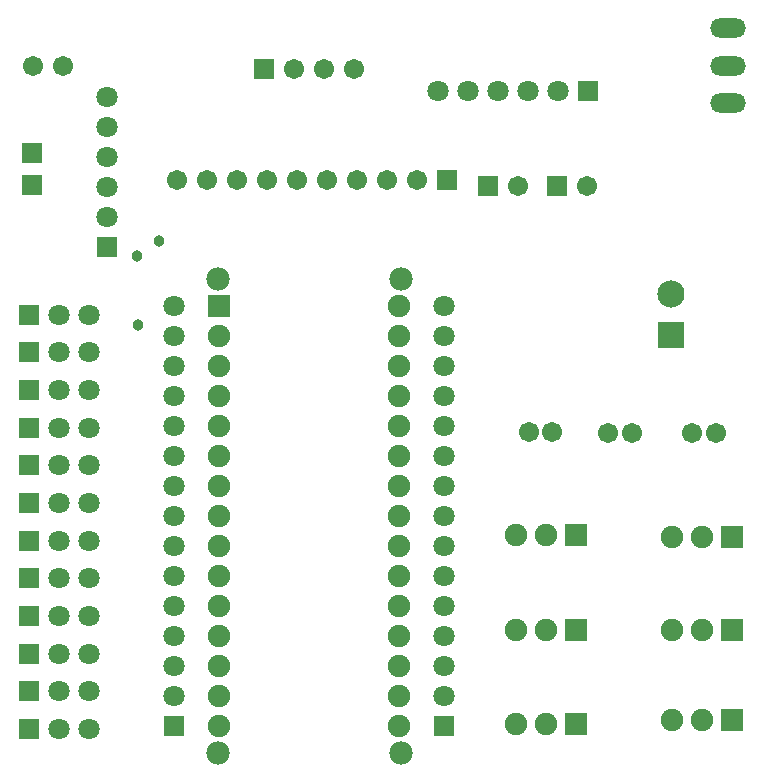
<source format=gts>
%FSTAX23Y23*%
%MOIN*%
%SFA1B1*%

%IPPOS*%
%ADD42R,0.065090X0.069020*%
%ADD43R,0.074930X0.074930*%
%ADD44C,0.074930*%
%ADD45C,0.078000*%
%ADD46O,0.120000X0.064000*%
%ADD47C,0.070990*%
%ADD48R,0.070990X0.070990*%
%ADD49C,0.067060*%
%ADD50R,0.067060X0.067060*%
%ADD51C,0.090680*%
%ADD52R,0.090680X0.090680*%
%ADD53R,0.070990X0.070990*%
%ADD54C,0.038000*%
%LNqudruped_nano-1*%
%LPD*%
G54D42*
X0296Y02961D03*
Y03068D03*
G54D43*
X03585Y0256D03*
X05295Y0179D03*
Y0148D03*
Y0118D03*
X04775Y01165D03*
Y0148D03*
Y01795D03*
G54D44*
X03585Y0246D03*
Y0236D03*
Y0226D03*
Y0216D03*
Y0206D03*
Y0196D03*
Y0186D03*
Y0176D03*
Y0166D03*
Y0156D03*
Y0146D03*
Y0136D03*
Y0126D03*
Y0116D03*
X04185D03*
Y0126D03*
Y0136D03*
Y0146D03*
Y0156D03*
Y0166D03*
Y0176D03*
Y0186D03*
Y0196D03*
Y0206D03*
Y0216D03*
Y0226D03*
Y0236D03*
Y0246D03*
Y0256D03*
X05195Y0179D03*
X05095D03*
X05195Y0148D03*
X05095D03*
X05195Y0118D03*
X05095D03*
X04675Y01165D03*
X04575D03*
X04675Y0148D03*
X04575D03*
X04675Y01795D03*
X04575D03*
G54D45*
X0358Y0107D03*
X0419D03*
X0358Y0265D03*
X0419D03*
G54D46*
X0528Y03235D03*
Y0336D03*
Y03485D03*
G54D47*
X0321Y03155D03*
Y02955D03*
Y02855D03*
Y03055D03*
Y03255D03*
X0305Y0115D03*
X0315D03*
X0305Y01275D03*
X0315D03*
X0305Y014D03*
X0315D03*
X0305Y01526D03*
X0315D03*
X0305Y01651D03*
X0315D03*
X0305Y01777D03*
X0315D03*
X0305Y01902D03*
X0315D03*
X0305Y02028D03*
X0315D03*
X0305Y02153D03*
X0315D03*
X0305Y02279D03*
X0315D03*
X0305Y02404D03*
X0315D03*
X0305Y0253D03*
X0315D03*
X03435Y0126D03*
Y0136D03*
Y0146D03*
Y0156D03*
Y0166D03*
Y0176D03*
Y0186D03*
Y0196D03*
Y0206D03*
Y0216D03*
Y0226D03*
Y0236D03*
Y0246D03*
Y0256D03*
X04335Y0126D03*
Y0136D03*
Y0146D03*
Y0156D03*
Y0166D03*
Y0176D03*
Y0186D03*
Y0196D03*
Y0206D03*
Y0216D03*
Y0226D03*
Y0236D03*
Y0246D03*
Y0256D03*
X04415Y03275D03*
X04615D03*
X04715D03*
X04515D03*
X04315D03*
G54D48*
X0321Y02755D03*
X03435Y0116D03*
X04335D03*
G54D49*
X03445Y0298D03*
X03545D03*
X03745D03*
X03845D03*
X04045D03*
X04145D03*
X04245D03*
X03945D03*
X03645D03*
X0458Y0296D03*
X0481D03*
X04616Y0214D03*
X04695D03*
X05239Y02135D03*
X0516D03*
X0496D03*
X04881D03*
X03835Y0335D03*
X03935D03*
X04035D03*
X03065Y0336D03*
X02965D03*
G54D50*
X04345Y0298D03*
X0448Y0296D03*
X0471D03*
X03735Y0335D03*
G54D51*
X0509Y026D03*
G54D52*
X0509Y02462D03*
G54D53*
X0295Y0115D03*
Y01275D03*
Y014D03*
Y01526D03*
Y01651D03*
Y01777D03*
Y01902D03*
Y02028D03*
Y02153D03*
Y02279D03*
Y02404D03*
Y0253D03*
X04815Y03275D03*
G54D54*
X03315Y02495D03*
X03385Y02775D03*
X0331Y02725D03*
M02*
</source>
